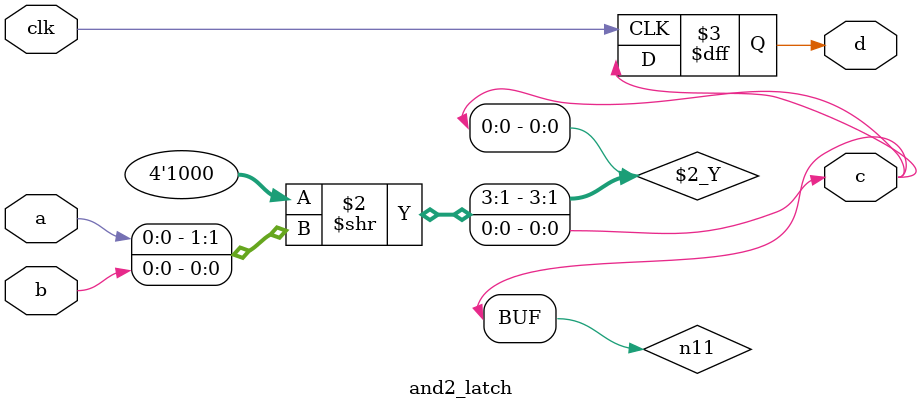
<source format=v>
/* Generated by Yosys 0.27+3 (git sha1 b58664d44, gcc 11.3.0-1ubuntu1~22.04 -fPIC -Os) */

module and2_latch(a, b, clk, c, d);
  input a;
  wire a;
  input b;
  wire b;
  output c;
  wire c;
  input clk;
  wire clk;
  output d;
  reg d;
  wire n11;
  always @(posedge clk)
    d <= n11;
  assign c = 4'h8 >> { a, b };
  assign n11 = c;
endmodule

</source>
